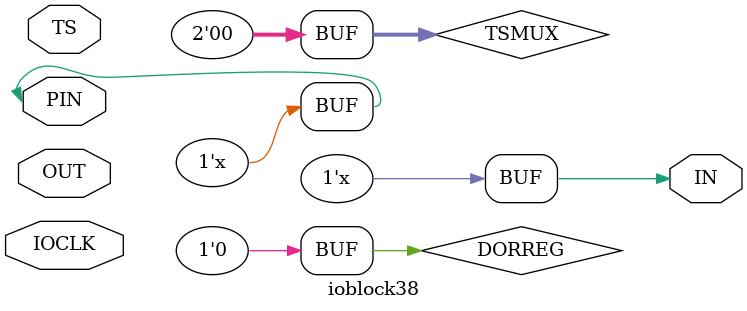
<source format=v>
module ioblock38(
	       inout  PIN,
	       input  TS,
	       input  OUT,
	       output IN,
	       input IOCLK
	       );
   
   reg 		     D;
   reg [2-1:0] 	     TSMUX;
   reg 		     DORREG;

   assign PIN = ( TSMUX == 2'b00 ) ? 1'bz : (( TSMUX == 2'b01 && TS == 1'b1 ) ? OUT : (( TSMUX == 2'b01 && TS == 1'b0 ) ? 1'bz : OUT));
   assign IN  = ( DORREG == 1'b0 ) ? PIN  : D;
   
   initial
     begin
	D=1'b0;
	TSMUX=2'b00;
	DORREG=1'b0;
     end
   
   always @(posedge IOCLK) D=PIN;
   
endmodule       

</source>
